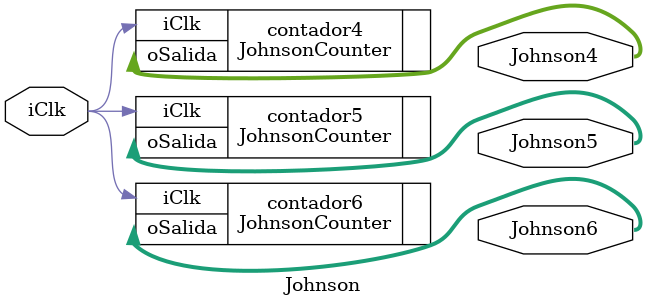
<source format=v>
module Johnson(
	input iClk,
	output[3:0]Johnson4,
	output[3:0]Johnson5,
	output[3:0]Johnson6
);


	JohnsonCounter #(.N(4)) contador4
	(
		.iClk(iClk),
		.oSalida(Johnson4)
	);
	
	JohnsonCounter #(.N(5)) contador5
	(
		.iClk(iClk),
		.oSalida(Johnson5)
	);
	
	JohnsonCounter #(.N(6)) contador6
	(
		.iClk(iClk),
		.oSalida(Johnson6)
	);
	
	endmodule
	
</source>
